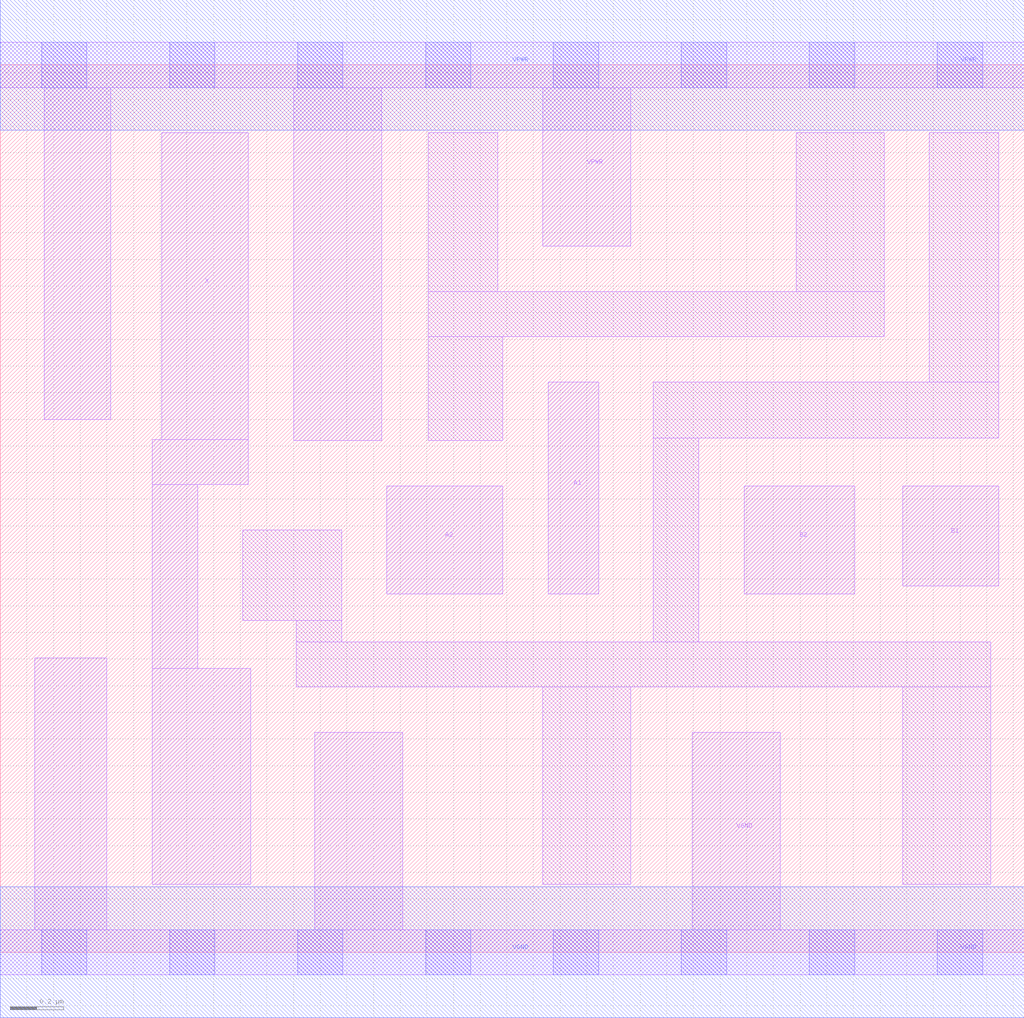
<source format=lef>
# Copyright 2020 The SkyWater PDK Authors
#
# Licensed under the Apache License, Version 2.0 (the "License");
# you may not use this file except in compliance with the License.
# You may obtain a copy of the License at
#
#     https://www.apache.org/licenses/LICENSE-2.0
#
# Unless required by applicable law or agreed to in writing, software
# distributed under the License is distributed on an "AS IS" BASIS,
# WITHOUT WARRANTIES OR CONDITIONS OF ANY KIND, either express or implied.
# See the License for the specific language governing permissions and
# limitations under the License.
#
# SPDX-License-Identifier: Apache-2.0

VERSION 5.7 ;
  NAMESCASESENSITIVE ON ;
  NOWIREEXTENSIONATPIN ON ;
  DIVIDERCHAR "/" ;
  BUSBITCHARS "[]" ;
UNITS
  DATABASE MICRONS 200 ;
END UNITS
MACRO sky130_fd_sc_lp__a22o_2
  CLASS CORE ;
  SOURCE USER ;
  FOREIGN sky130_fd_sc_lp__a22o_2 ;
  ORIGIN  0.000000  0.000000 ;
  SIZE  3.840000 BY  3.330000 ;
  SYMMETRY X Y R90 ;
  SITE unit ;
  PIN A1
    ANTENNAGATEAREA  0.315000 ;
    DIRECTION INPUT ;
    USE SIGNAL ;
    PORT
      LAYER li1 ;
        RECT 2.055000 1.345000 2.245000 2.140000 ;
    END
  END A1
  PIN A2
    ANTENNAGATEAREA  0.315000 ;
    DIRECTION INPUT ;
    USE SIGNAL ;
    PORT
      LAYER li1 ;
        RECT 1.450000 1.345000 1.885000 1.750000 ;
    END
  END A2
  PIN B1
    ANTENNAGATEAREA  0.315000 ;
    DIRECTION INPUT ;
    USE SIGNAL ;
    PORT
      LAYER li1 ;
        RECT 3.385000 1.375000 3.745000 1.750000 ;
    END
  END B1
  PIN B2
    ANTENNAGATEAREA  0.315000 ;
    DIRECTION INPUT ;
    USE SIGNAL ;
    PORT
      LAYER li1 ;
        RECT 2.790000 1.345000 3.205000 1.750000 ;
    END
  END B2
  PIN X
    ANTENNADIFFAREA  0.588000 ;
    DIRECTION OUTPUT ;
    USE SIGNAL ;
    PORT
      LAYER li1 ;
        RECT 0.570000 0.255000 0.940000 1.065000 ;
        RECT 0.570000 1.065000 0.740000 1.755000 ;
        RECT 0.570000 1.755000 0.930000 1.925000 ;
        RECT 0.605000 1.925000 0.930000 3.075000 ;
    END
  END X
  PIN VGND
    DIRECTION INOUT ;
    USE GROUND ;
    PORT
      LAYER li1 ;
        RECT 0.000000 -0.085000 3.840000 0.085000 ;
        RECT 0.130000  0.085000 0.400000 1.105000 ;
        RECT 1.180000  0.085000 1.510000 0.825000 ;
        RECT 2.595000  0.085000 2.925000 0.825000 ;
      LAYER mcon ;
        RECT 0.155000 -0.085000 0.325000 0.085000 ;
        RECT 0.635000 -0.085000 0.805000 0.085000 ;
        RECT 1.115000 -0.085000 1.285000 0.085000 ;
        RECT 1.595000 -0.085000 1.765000 0.085000 ;
        RECT 2.075000 -0.085000 2.245000 0.085000 ;
        RECT 2.555000 -0.085000 2.725000 0.085000 ;
        RECT 3.035000 -0.085000 3.205000 0.085000 ;
        RECT 3.515000 -0.085000 3.685000 0.085000 ;
      LAYER met1 ;
        RECT 0.000000 -0.245000 3.840000 0.245000 ;
    END
  END VGND
  PIN VPWR
    DIRECTION INOUT ;
    USE POWER ;
    PORT
      LAYER li1 ;
        RECT 0.000000 3.245000 3.840000 3.415000 ;
        RECT 0.165000 2.000000 0.415000 3.245000 ;
        RECT 1.100000 1.920000 1.430000 3.245000 ;
        RECT 2.035000 2.650000 2.365000 3.245000 ;
      LAYER mcon ;
        RECT 0.155000 3.245000 0.325000 3.415000 ;
        RECT 0.635000 3.245000 0.805000 3.415000 ;
        RECT 1.115000 3.245000 1.285000 3.415000 ;
        RECT 1.595000 3.245000 1.765000 3.415000 ;
        RECT 2.075000 3.245000 2.245000 3.415000 ;
        RECT 2.555000 3.245000 2.725000 3.415000 ;
        RECT 3.035000 3.245000 3.205000 3.415000 ;
        RECT 3.515000 3.245000 3.685000 3.415000 ;
      LAYER met1 ;
        RECT 0.000000 3.085000 3.840000 3.575000 ;
    END
  END VPWR
  OBS
    LAYER li1 ;
      RECT 0.910000 1.245000 1.280000 1.585000 ;
      RECT 1.110000 0.995000 3.715000 1.165000 ;
      RECT 1.110000 1.165000 1.280000 1.245000 ;
      RECT 1.605000 1.920000 1.885000 2.310000 ;
      RECT 1.605000 2.310000 3.315000 2.480000 ;
      RECT 1.605000 2.480000 1.865000 3.075000 ;
      RECT 2.035000 0.255000 2.365000 0.995000 ;
      RECT 2.450000 1.165000 2.620000 1.930000 ;
      RECT 2.450000 1.930000 3.745000 2.140000 ;
      RECT 2.985000 2.480000 3.315000 3.075000 ;
      RECT 3.385000 0.255000 3.715000 0.995000 ;
      RECT 3.485000 2.140000 3.745000 3.075000 ;
  END
END sky130_fd_sc_lp__a22o_2

</source>
